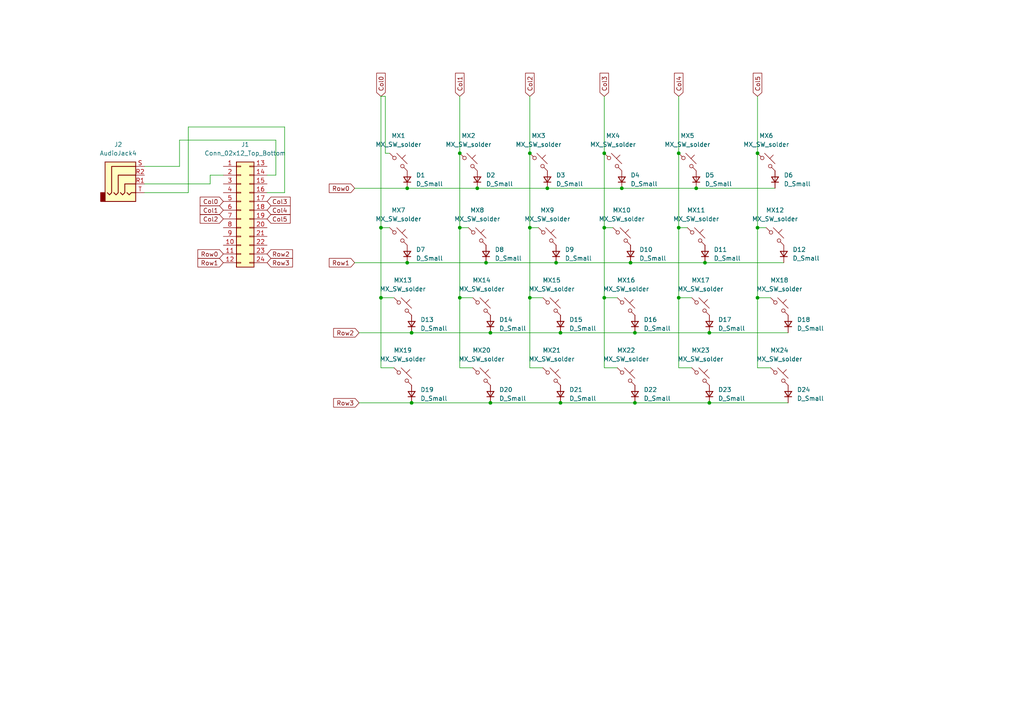
<source format=kicad_sch>
(kicad_sch (version 20231120) (generator "eeschema") (generator_version "8.0")
  (paper "A4")
  (junction (at 388.62 111.76))
  (junction (at 411.48 111.76))
  (junction (at 219.71 44.45))
  (junction (at 119.38 116.84))
  (junction (at 466.09 81.28))
  (junction (at 196.85 44.45))
  (junction (at 118.11 54.61))
  (junction (at 142.24 96.52))
  (junction (at 110.49 86.36))
  (junction (at 402.59 60.96))
  (junction (at 110.49 66.04))
  (junction (at 488.95 81.28))
  (junction (at 138.43 54.61))
  (junction (at 402.59 39.37))
  (junction (at 449.58 49.53))
  (junction (at 158.75 54.61))
  (junction (at 219.71 66.04))
  (junction (at 422.91 60.96))
  (junction (at 196.85 66.04))
  (junction (at 201.93 54.61))
  (junction (at 142.24 116.84))
  (junction (at 182.88 76.2))
  (junction (at 118.11 76.2))
  (junction (at 430.53 71.12))
  (junction (at 444.5 39.37))
  (junction (at 387.35 49.53))
  (junction (at 205.74 116.84))
  (junction (at 466.09 39.37))
  (junction (at 453.39 111.76))
  (junction (at 473.71 71.12))
  (junction (at 431.8 91.44))
  (junction (at 411.48 91.44))
  (junction (at 427.99 49.53))
  (junction (at 444.5 81.28))
  (junction (at 402.59 81.28))
  (junction (at 184.15 116.84))
  (junction (at 133.35 44.45))
  (junction (at 488.95 39.37))
  (junction (at 175.26 66.04))
  (junction (at 133.35 86.36))
  (junction (at 488.95 60.96))
  (junction (at 162.56 96.52))
  (junction (at 175.26 44.45))
  (junction (at 474.98 111.76))
  (junction (at 387.35 71.12))
  (junction (at 119.38 96.52))
  (junction (at 180.34 54.61))
  (junction (at 175.26 86.36))
  (junction (at 444.5 60.96))
  (junction (at 379.73 81.28))
  (junction (at 204.47 76.2))
  (junction (at 422.91 81.28))
  (junction (at 184.15 96.52))
  (junction (at 453.39 91.44))
  (junction (at 196.85 86.36))
  (junction (at 161.29 76.2))
  (junction (at 205.74 96.52))
  (junction (at 153.67 66.04))
  (junction (at 422.91 39.37))
  (junction (at 388.62 91.44))
  (junction (at 133.35 66.04))
  (junction (at 474.98 91.44))
  (junction (at 452.12 71.12))
  (junction (at 466.09 60.96))
  (junction (at 153.67 44.45))
  (junction (at 379.73 60.96))
  (junction (at 162.56 116.84))
  (junction (at 407.67 49.53))
  (junction (at 219.71 86.36))
  (junction (at 471.17 49.53))
  (junction (at 140.97 76.2))
  (junction (at 153.67 86.36))
  (junction (at 431.8 111.76))
  (junction (at 410.21 71.12))
  (wire (pts (xy 332.74 40.64) (xy 332.74 30.48)))
  (wire (pts (xy 41.91 53.34) (xy 60.96 53.34)))
  (wire (pts (xy 118.11 76.2) (xy 140.97 76.2)))
  (wire (pts (xy 466.09 101.6) (xy 469.9 101.6)))
  (wire (pts (xy 219.71 106.68) (xy 223.52 106.68)))
  (wire (pts (xy 488.95 60.96) (xy 488.95 81.28)))
  (wire (pts (xy 180.34 54.61) (xy 201.93 54.61)))
  (wire (pts (xy 41.91 55.88) (xy 54.61 55.88)))
  (wire (pts (xy 119.38 116.84) (xy 142.24 116.84)))
  (wire (pts (xy 466.09 81.28) (xy 466.09 101.6)))
  (wire (pts (xy 471.17 49.53) (xy 494.03 49.53)))
  (wire (pts (xy 402.59 39.37) (xy 402.59 60.96)))
  (wire (pts (xy 196.85 86.36) (xy 196.85 106.68)))
  (wire (pts (xy 318.77 48.26) (xy 328.93 48.26)))
  (wire (pts (xy 54.61 55.88) (xy 54.61 36.83)))
  (wire (pts (xy 444.5 81.28) (xy 444.5 101.6)))
  (wire (pts (xy 387.35 49.53) (xy 407.67 49.53)))
  (wire (pts (xy 102.87 76.2) (xy 118.11 76.2)))
  (wire (pts (xy 104.14 96.52) (xy 119.38 96.52)))
  (wire (pts (xy 379.73 30.48) (xy 381 30.48)))
  (wire (pts (xy 379.73 81.28) (xy 383.54 81.28)))
  (wire (pts (xy 205.74 96.52) (xy 228.6 96.52)))
  (wire (pts (xy 422.91 39.37) (xy 422.91 60.96)))
  (wire (pts (xy 444.5 60.96) (xy 444.5 81.28)))
  (wire (pts (xy 175.26 27.94) (xy 175.26 44.45)))
  (wire (pts (xy 110.49 66.04) (xy 113.03 66.04)))
  (wire (pts (xy 488.95 101.6) (xy 492.76 101.6)))
  (wire (pts (xy 422.91 60.96) (xy 425.45 60.96)))
  (wire (pts (xy 54.61 36.83) (xy 82.55 36.83)))
  (wire (pts (xy 488.95 30.48) (xy 488.95 39.37)))
  (wire (pts (xy 175.26 106.68) (xy 179.07 106.68)))
  (wire (pts (xy 102.87 54.61) (xy 118.11 54.61)))
  (wire (pts (xy 387.35 71.12) (xy 410.21 71.12)))
  (wire (pts (xy 140.97 76.2) (xy 161.29 76.2)))
  (wire (pts (xy 133.35 27.94) (xy 133.35 44.45)))
  (wire (pts (xy 196.85 86.36) (xy 200.66 86.36)))
  (wire (pts (xy 402.59 81.28) (xy 406.4 81.28)))
  (wire (pts (xy 133.35 86.36) (xy 137.16 86.36)))
  (wire (pts (xy 466.09 30.48) (xy 466.09 39.37)))
  (wire (pts (xy 332.74 43.18) (xy 332.74 45.72)))
  (wire (pts (xy 411.48 91.44) (xy 431.8 91.44)))
  (wire (pts (xy 474.98 111.76) (xy 497.84 111.76)))
  (wire (pts (xy 153.67 27.94) (xy 153.67 44.45)))
  (wire (pts (xy 153.67 106.68) (xy 153.67 86.36)))
  (wire (pts (xy 175.26 66.04) (xy 175.26 86.36)))
  (wire (pts (xy 111.76 27.94) (xy 110.49 27.94)))
  (wire (pts (xy 184.15 116.84) (xy 205.74 116.84)))
  (wire (pts (xy 328.93 48.26) (xy 328.93 25.4)))
  (wire (pts (xy 110.49 27.94) (xy 110.49 66.04)))
  (wire (pts (xy 402.59 60.96) (xy 405.13 60.96)))
  (wire (pts (xy 474.98 91.44) (xy 497.84 91.44)))
  (wire (pts (xy 388.62 111.76) (xy 411.48 111.76)))
  (wire (pts (xy 466.09 81.28) (xy 469.9 81.28)))
  (wire (pts (xy 377.19 111.76) (xy 388.62 111.76)))
  (wire (pts (xy 184.15 96.52) (xy 205.74 96.52)))
  (wire (pts (xy 381 30.48) (xy 381 39.37)))
  (wire (pts (xy 133.35 66.04) (xy 135.89 66.04)))
  (wire (pts (xy 82.55 36.83) (xy 82.55 55.88)))
  (wire (pts (xy 52.07 40.64) (xy 80.01 40.64)))
  (wire (pts (xy 452.12 71.12) (xy 473.71 71.12)))
  (wire (pts (xy 153.67 44.45) (xy 153.67 66.04)))
  (wire (pts (xy 161.29 76.2) (xy 182.88 76.2)))
  (wire (pts (xy 375.92 49.53) (xy 387.35 49.53)))
  (wire (pts (xy 328.93 25.4) (xy 361.95 25.4)))
  (wire (pts (xy 157.48 106.68) (xy 153.67 106.68)))
  (wire (pts (xy 175.26 66.04) (xy 177.8 66.04)))
  (wire (pts (xy 430.53 71.12) (xy 452.12 71.12)))
  (wire (pts (xy 111.76 27.94) (xy 111.76 44.45)))
  (wire (pts (xy 219.71 86.36) (xy 219.71 106.68)))
  (wire (pts (xy 110.49 86.36) (xy 110.49 66.04)))
  (wire (pts (xy 201.93 54.61) (xy 224.79 54.61)))
  (wire (pts (xy 219.71 66.04) (xy 219.71 86.36)))
  (wire (pts (xy 466.09 39.37) (xy 466.09 60.96)))
  (wire (pts (xy 466.09 60.96) (xy 468.63 60.96)))
  (wire (pts (xy 219.71 27.94) (xy 219.71 44.45)))
  (wire (pts (xy 158.75 54.61) (xy 180.34 54.61)))
  (wire (pts (xy 422.91 81.28) (xy 422.91 60.96)))
  (wire (pts (xy 358.14 48.26) (xy 361.95 48.26)))
  (wire (pts (xy 449.58 49.53) (xy 471.17 49.53)))
  (wire (pts (xy 175.26 86.36) (xy 175.26 106.68)))
  (wire (pts (xy 332.74 45.72) (xy 318.77 45.72)))
  (wire (pts (xy 219.71 66.04) (xy 222.25 66.04)))
  (wire (pts (xy 427.99 49.53) (xy 449.58 49.53)))
  (wire (pts (xy 133.35 106.68) (xy 133.35 86.36)))
  (wire (pts (xy 196.85 44.45) (xy 196.85 66.04)))
  (wire (pts (xy 379.73 30.48) (xy 379.73 60.96)))
  (wire (pts (xy 332.74 30.48) (xy 364.49 30.48)))
  (wire (pts (xy 411.48 111.76) (xy 431.8 111.76)))
  (wire (pts (xy 473.71 71.12) (xy 496.57 71.12)))
  (wire (pts (xy 453.39 111.76) (xy 474.98 111.76)))
  (wire (pts (xy 388.62 91.44) (xy 411.48 91.44)))
  (wire (pts (xy 406.4 101.6) (xy 402.59 101.6)))
  (wire (pts (xy 422.91 101.6) (xy 422.91 81.28)))
  (wire (pts (xy 379.73 60.96) (xy 382.27 60.96)))
  (wire (pts (xy 119.38 96.52) (xy 142.24 96.52)))
  (wire (pts (xy 111.76 44.45) (xy 113.03 44.45)))
  (wire (pts (xy 41.91 48.26) (xy 52.07 48.26)))
  (wire (pts (xy 153.67 86.36) (xy 157.48 86.36)))
  (wire (pts (xy 410.21 71.12) (xy 430.53 71.12)))
  (wire (pts (xy 142.24 96.52) (xy 162.56 96.52)))
  (wire (pts (xy 153.67 86.36) (xy 153.67 66.04)))
  (wire (pts (xy 110.49 106.68) (xy 110.49 86.36)))
  (wire (pts (xy 153.67 66.04) (xy 156.21 66.04)))
  (wire (pts (xy 60.96 50.8) (xy 64.77 50.8)))
  (wire (pts (xy 196.85 106.68) (xy 200.66 106.68)))
  (wire (pts (xy 318.77 40.64) (xy 332.74 40.64)))
  (wire (pts (xy 444.5 30.48) (xy 444.5 39.37)))
  (wire (pts (xy 488.95 81.28) (xy 492.76 81.28)))
  (wire (pts (xy 133.35 44.45) (xy 133.35 66.04)))
  (wire (pts (xy 488.95 81.28) (xy 488.95 101.6)))
  (wire (pts (xy 431.8 111.76) (xy 453.39 111.76)))
  (wire (pts (xy 466.09 60.96) (xy 466.09 81.28)))
  (wire (pts (xy 182.88 76.2) (xy 204.47 76.2)))
  (wire (pts (xy 407.67 49.53) (xy 427.99 49.53)))
  (wire (pts (xy 219.71 86.36) (xy 223.52 86.36)))
  (wire (pts (xy 345.44 43.18) (xy 332.74 43.18)))
  (wire (pts (xy 60.96 53.34) (xy 60.96 50.8)))
  (wire (pts (xy 196.85 66.04) (xy 199.39 66.04)))
  (wire (pts (xy 422.91 30.48) (xy 422.91 39.37)))
  (wire (pts (xy 402.59 81.28) (xy 402.59 60.96)))
  (wire (pts (xy 426.72 101.6) (xy 422.91 101.6)))
  (wire (pts (xy 444.5 60.96) (xy 447.04 60.96)))
  (wire (pts (xy 361.95 25.4) (xy 361.95 48.26)))
  (wire (pts (xy 444.5 81.28) (xy 448.31 81.28)))
  (wire (pts (xy 364.49 43.18) (xy 358.14 43.18)))
  (wire (pts (xy 175.26 44.45) (xy 175.26 66.04)))
  (wire (pts (xy 82.55 55.88) (xy 77.47 55.88)))
  (wire (pts (xy 488.95 39.37) (xy 488.95 60.96)))
  (wire (pts (xy 52.07 48.26) (xy 52.07 40.64)))
  (wire (pts (xy 138.43 54.61) (xy 158.75 54.61)))
  (wire (pts (xy 133.35 86.36) (xy 133.35 66.04)))
  (wire (pts (xy 453.39 91.44) (xy 474.98 91.44)))
  (wire (pts (xy 80.01 40.64) (xy 80.01 50.8)))
  (wire (pts (xy 175.26 86.36) (xy 179.07 86.36)))
  (wire (pts (xy 431.8 91.44) (xy 453.39 91.44)))
  (wire (pts (xy 364.49 30.48) (xy 364.49 43.18)))
  (wire (pts (xy 422.91 81.28) (xy 426.72 81.28)))
  (wire (pts (xy 379.73 81.28) (xy 379.73 60.96)))
  (wire (pts (xy 114.3 106.68) (xy 110.49 106.68)))
  (wire (pts (xy 104.14 116.84) (xy 119.38 116.84)))
  (wire (pts (xy 162.56 96.52) (xy 184.15 96.52)))
  (wire (pts (xy 196.85 66.04) (xy 196.85 86.36)))
  (wire (pts (xy 118.11 54.61) (xy 138.43 54.61)))
  (wire (pts (xy 381 39.37) (xy 382.27 39.37)))
  (wire (pts (xy 402.59 101.6) (xy 402.59 81.28)))
  (wire (pts (xy 196.85 27.94) (xy 196.85 44.45)))
  (wire (pts (xy 219.71 44.45) (xy 219.71 66.04)))
  (wire (pts (xy 444.5 101.6) (xy 448.31 101.6)))
  (wire (pts (xy 383.54 101.6) (xy 379.73 101.6)))
  (wire (pts (xy 375.92 71.12) (xy 387.35 71.12)))
  (wire (pts (xy 379.73 101.6) (xy 379.73 81.28)))
  (wire (pts (xy 80.01 50.8) (xy 77.47 50.8)))
  (wire (pts (xy 137.16 106.68) (xy 133.35 106.68)))
  (wire (pts (xy 162.56 116.84) (xy 184.15 116.84)))
  (wire (pts (xy 402.59 30.48) (xy 402.59 39.37)))
  (wire (pts (xy 204.47 76.2) (xy 227.33 76.2)))
  (wire (pts (xy 110.49 86.36) (xy 114.3 86.36)))
  (wire (pts (xy 205.74 116.84) (xy 228.6 116.84)))
  (wire (pts (xy 488.95 60.96) (xy 491.49 60.96)))
  (wire (pts (xy 377.19 91.44) (xy 388.62 91.44)))
  (wire (pts (xy 444.5 39.37) (xy 444.5 60.96)))
  (wire (pts (xy 142.24 116.84) (xy 162.56 116.84)))
  (global_label "Row2" (shape input) (at 104.14 96.52 180) (property "Intersheetrefs" "${INTERSHEET_REFS}" (effects (hide yes))))
  (global_label "Col1" (shape input) (at 133.35 27.94 90) (property "Intersheetrefs" "${INTERSHEET_REFS}" (effects (hide yes))))
  (global_label "Row1" (shape input) (at 64.77 76.2 180) (property "Intersheetrefs" "${INTERSHEET_REFS}" (effects (hide yes))))
  (global_label "Col4R" (shape input) (at 358.14 53.34 0) (property "Intersheetrefs" "${INTERSHEET_REFS}" (effects (hide yes))))
  (global_label "Col5R" (shape input) (at 358.14 55.88 0) (property "Intersheetrefs" "${INTERSHEET_REFS}" (effects (hide yes))))
  (global_label "Col1" (shape input) (at 64.77 60.96 180) (property "Intersheetrefs" "${INTERSHEET_REFS}" (effects (hide yes))))
  (global_label "Row3R" (shape input) (at 377.19 111.76 180) (property "Intersheetrefs" "${INTERSHEET_REFS}" (effects (hide yes))))
  (global_label "Row1R" (shape input) (at 375.92 71.12 180) (property "Intersheetrefs" "${INTERSHEET_REFS}" (effects (hide yes))))
  (global_label "Row0" (shape input) (at 102.87 54.61 180) (property "Intersheetrefs" "${INTERSHEET_REFS}" (effects (hide yes))))
  (global_label "Row1R" (shape input) (at 345.44 68.58 180) (property "Intersheetrefs" "${INTERSHEET_REFS}" (effects (hide yes))))
  (global_label "Row2R" (shape input) (at 358.14 66.04 0) (property "Intersheetrefs" "${INTERSHEET_REFS}" (effects (hide yes))))
  (global_label "Col1R" (shape input) (at 402.59 30.48 90) (property "Intersheetrefs" "${INTERSHEET_REFS}" (effects (hide yes))))
  (global_label "Col0" (shape input) (at 64.77 58.42 180) (property "Intersheetrefs" "${INTERSHEET_REFS}" (effects (hide yes))))
  (global_label "Col2R" (shape input) (at 422.91 30.48 90) (property "Intersheetrefs" "${INTERSHEET_REFS}" (effects (hide yes))))
  (global_label "Col4" (shape input) (at 77.47 60.96 0) (property "Intersheetrefs" "${INTERSHEET_REFS}" (effects (hide yes))))
  (global_label "Col3R" (shape input) (at 358.14 50.8 0) (property "Intersheetrefs" "${INTERSHEET_REFS}" (effects (hide yes))))
  (global_label "Col0R" (shape input) (at 345.44 50.8 180) (property "Intersheetrefs" "${INTERSHEET_REFS}" (effects (hide yes))))
  (global_label "Col3R" (shape input) (at 444.5 30.48 90) (property "Intersheetrefs" "${INTERSHEET_REFS}" (effects (hide yes))))
  (global_label "Row0" (shape input) (at 64.77 73.66 180) (property "Intersheetrefs" "${INTERSHEET_REFS}" (effects (hide yes))))
  (global_label "Row2R" (shape input) (at 377.19 91.44 180) (property "Intersheetrefs" "${INTERSHEET_REFS}" (effects (hide yes))))
  (global_label "Col3" (shape input) (at 77.47 58.42 0) (property "Intersheetrefs" "${INTERSHEET_REFS}" (effects (hide yes))))
  (global_label "Col4" (shape input) (at 196.85 27.94 90) (property "Intersheetrefs" "${INTERSHEET_REFS}" (effects (hide yes))))
  (global_label "Col2" (shape input) (at 153.67 27.94 90) (property "Intersheetrefs" "${INTERSHEET_REFS}" (effects (hide yes))))
  (global_label "Col5" (shape input) (at 77.47 63.5 0) (property "Intersheetrefs" "${INTERSHEET_REFS}" (effects (hide yes))))
  (global_label "Col0R" (shape input) (at 379.73 30.48 90) (property "Intersheetrefs" "${INTERSHEET_REFS}" (effects (hide yes))))
  (global_label "Row1" (shape input) (at 102.87 76.2 180) (property "Intersheetrefs" "${INTERSHEET_REFS}" (effects (hide yes))))
  (global_label "Col5" (shape input) (at 219.71 27.94 90) (property "Intersheetrefs" "${INTERSHEET_REFS}" (effects (hide yes))))
  (global_label "Col5R" (shape input) (at 488.95 30.48 90) (property "Intersheetrefs" "${INTERSHEET_REFS}" (effects (hide yes))))
  (global_label "Row0R" (shape input) (at 375.92 49.53 180) (property "Intersheetrefs" "${INTERSHEET_REFS}" (effects (hide yes))))
  (global_label "Col0" (shape input) (at 110.49 27.94 90) (property "Intersheetrefs" "${INTERSHEET_REFS}" (effects (hide yes))))
  (global_label "Col2R" (shape input) (at 345.44 55.88 180) (property "Intersheetrefs" "${INTERSHEET_REFS}" (effects (hide yes))))
  (global_label "Row0R" (shape input) (at 345.44 66.04 180) (property "Intersheetrefs" "${INTERSHEET_REFS}" (effects (hide yes))))
  (global_label "Row3" (shape input) (at 77.47 76.2 0) (property "Intersheetrefs" "${INTERSHEET_REFS}" (effects (hide yes))))
  (global_label "Col2" (shape input) (at 64.77 63.5 180) (property "Intersheetrefs" "${INTERSHEET_REFS}" (effects (hide yes))))
  (global_label "Row3R" (shape input) (at 358.14 68.58 0) (property "Intersheetrefs" "${INTERSHEET_REFS}" (effects (hide yes))))
  (global_label "Col3" (shape input) (at 175.26 27.94 90) (property "Intersheetrefs" "${INTERSHEET_REFS}" (effects (hide yes))))
  (global_label "Row3" (shape input) (at 104.14 116.84 180) (property "Intersheetrefs" "${INTERSHEET_REFS}" (effects (hide yes))))
  (global_label "Col1R" (shape input) (at 345.44 53.34 180) (property "Intersheetrefs" "${INTERSHEET_REFS}" (effects (hide yes))))
  (global_label "Row2" (shape input) (at 77.47 73.66 0) (property "Intersheetrefs" "${INTERSHEET_REFS}" (effects (hide yes))))
  (global_label "Col4R" (shape input) (at 466.09 30.48 90) (property "Intersheetrefs" "${INTERSHEET_REFS}" (effects (hide yes))))
  (symbol (lib_id "Device:D_Small") (at 430.53 68.58 90) (unit 1)
    (property "Reference" "D33" (at 433.07 67.3099 90) (effects (justify right)))
    (property "Value" "D_Small" (at 433.07 69.8499 90) (effects (justify right)))
    (property "Footprint" "Diode_SMD:D_SOD-123" (effects (hide yes)))
    (property "Description" "Diode, small symbol" (effects (hide yes)))
    (property "Sim.Device" "D" (effects (hide yes)))
    (property "Sim.Pins" "1=K 2=A" (effects (hide yes)))
    (property "LCSC Part #" "C81598" (effects (hide yes)))
  )
  (symbol (lib_id "PCM_marbastlib-mx:MX_SW_solder") (at 181.61 109.22 0) (unit 1)
    (property "Reference" "MX22" (at 181.61 101.6 0))
    (property "Value" "MX_SW_solder" (at 181.61 104.14 0))
    (property "Footprint" "PCM_marbastlib-mx:SW_MX_1u" (effects (hide yes)))
    (property "Description" "Push button switch, normally open, two pins, 45° tilted" (effects (hide yes)))
  )
  (symbol (lib_id "PCM_marbastlib-mx:MX_SW_solder") (at 494.03 63.5 0) (unit 1)
    (property "Reference" "MX36" (at 494.03 55.88 0))
    (property "Value" "MX_SW_solder" (at 494.03 58.42 0))
    (property "Footprint" "PCM_marbastlib-mx:SW_MX_1u" (effects (hide yes)))
    (property "Description" "Push button switch, normally open, two pins, 45° tilted" (effects (hide yes)))
  )
  (symbol (lib_id "Device:D_Small") (at 431.8 109.22 90) (unit 1)
    (property "Reference" "D45" (at 434.34 107.9499 90) (effects (justify right)))
    (property "Value" "D_Small" (at 434.34 110.4899 90) (effects (justify right)))
    (property "Footprint" "Diode_SMD:D_SOD-123" (effects (hide yes)))
    (property "Description" "Diode, small symbol" (effects (hide yes)))
    (property "Sim.Device" "D" (effects (hide yes)))
    (property "Sim.Pins" "1=K 2=A" (effects (hide yes)))
    (property "LCSC Part #" "C81598" (effects (hide yes)))
  )
  (symbol (lib_id "Device:D_Small") (at 162.56 93.98 90) (unit 1)
    (property "Reference" "D15" (at 165.1 92.7099 90) (effects (justify right)))
    (property "Value" "D_Small" (at 165.1 95.2499 90) (effects (justify right)))
    (property "Footprint" "Diode_SMD:D_SOD-123" (effects (hide yes)))
    (property "Description" "Diode, small symbol" (effects (hide yes)))
    (property "Sim.Device" "D" (effects (hide yes)))
    (property "Sim.Pins" "1=K 2=A" (effects (hide yes)))
    (property "LCSC Part #" "C81598" (effects (hide yes)))
  )
  (symbol (lib_id "PCM_marbastlib-mx:MX_SW_solder") (at 199.39 46.99 0) (unit 1)
    (property "Reference" "MX5" (at 199.39 39.37 0))
    (property "Value" "MX_SW_solder" (at 199.39 41.91 0))
    (property "Footprint" "PCM_marbastlib-mx:SW_MX_1u" (effects (hide yes)))
    (property "Description" "Push button switch, normally open, two pins, 45° tilted" (effects (hide yes)))
  )
  (symbol (lib_id "PCM_marbastlib-mx:MX_SW_solder") (at 384.81 41.91 0) (unit 1)
    (property "Reference" "MX25" (at 384.81 34.29 0))
    (property "Value" "MX_SW_solder" (at 384.81 36.83 0))
    (property "Footprint" "PCM_marbastlib-mx:SW_MX_1u" (effects (hide yes)))
    (property "Description" "Push button switch, normally open, two pins, 45° tilted" (effects (hide yes)))
  )
  (symbol (lib_id "PCM_marbastlib-mx:MX_SW_solder") (at 116.84 109.22 0) (unit 1)
    (property "Reference" "MX19" (at 116.84 101.6 0))
    (property "Value" "MX_SW_solder" (at 116.84 104.14 0))
    (property "Footprint" "PCM_marbastlib-mx:SW_MX_1u" (effects (hide yes)))
    (property "Description" "Push button switch, normally open, two pins, 45° tilted" (effects (hide yes)))
  )
  (symbol (lib_id "PCM_marbastlib-mx:MX_SW_solder") (at 449.58 63.5 0) (unit 1)
    (property "Reference" "MX34" (at 449.58 55.88 0))
    (property "Value" "MX_SW_solder" (at 449.58 58.42 0))
    (property "Footprint" "PCM_marbastlib-mx:SW_MX_1u" (effects (hide yes)))
    (property "Description" "Push button switch, normally open, two pins, 45° tilted" (effects (hide yes)))
  )
  (symbol (lib_id "PCM_marbastlib-mx:MX_SW_solder") (at 386.08 104.14 0) (unit 1)
    (property "Reference" "MX43" (at 386.08 96.52 0))
    (property "Value" "MX_SW_solder" (at 386.08 99.06 0))
    (property "Footprint" "PCM_marbastlib-mx:SW_MX_1u" (effects (hide yes)))
    (property "Description" "Push button switch, normally open, two pins, 45° tilted" (effects (hide yes)))
  )
  (symbol (lib_id "Device:D_Small") (at 184.15 93.98 90) (unit 1)
    (property "Reference" "D16" (at 186.69 92.7099 90) (effects (justify right)))
    (property "Value" "D_Small" (at 186.69 95.2499 90) (effects (justify right)))
    (property "Footprint" "Diode_SMD:D_SOD-123" (effects (hide yes)))
    (property "Description" "Diode, small symbol" (effects (hide yes)))
    (property "Sim.Device" "D" (effects (hide yes)))
    (property "Sim.Pins" "1=K 2=A" (effects (hide yes)))
    (property "LCSC Part #" "C81598" (effects (hide yes)))
  )
  (symbol (lib_id "PCM_marbastlib-mx:MX_SW_solder") (at 468.63 41.91 0) (unit 1)
    (property "Reference" "MX29" (at 468.63 34.29 0))
    (property "Value" "MX_SW_solder" (at 468.63 36.83 0))
    (property "Footprint" "PCM_marbastlib-mx:SW_MX_1u" (effects (hide yes)))
    (property "Description" "Push button switch, normally open, two pins, 45° tilted" (effects (hide yes)))
  )
  (symbol (lib_id "Device:D_Small") (at 227.33 73.66 90) (unit 1)
    (property "Reference" "D12" (at 229.87 72.3899 90) (effects (justify right)))
    (property "Value" "D_Small" (at 229.87 74.9299 90) (effects (justify right)))
    (property "Footprint" "Diode_SMD:D_SOD-123" (effects (hide yes)))
    (property "Description" "Diode, small symbol" (effects (hide yes)))
    (property "Sim.Device" "D" (effects (hide yes)))
    (property "Sim.Pins" "1=K 2=A" (effects (hide yes)))
    (property "LCSC Part #" "C81598" (effects (hide yes)))
  )
  (symbol (lib_id "Device:D_Small") (at 228.6 114.3 90) (unit 1)
    (property "Reference" "D24" (at 231.14 113.0299 90) (effects (justify right)))
    (property "Value" "D_Small" (at 231.14 115.5699 90) (effects (justify right)))
    (property "Footprint" "Diode_SMD:D_SOD-123" (effects (hide yes)))
    (property "Description" "Diode, small symbol" (effects (hide yes)))
    (property "Sim.Device" "D" (effects (hide yes)))
    (property "Sim.Pins" "1=K 2=A" (effects (hide yes)))
    (property "LCSC Part #" "C81598" (effects (hide yes)))
  )
  (symbol (lib_id "Device:D_Small") (at 497.84 88.9 90) (unit 1)
    (property "Reference" "D42" (at 500.38 87.6299 90) (effects (justify right)))
    (property "Value" "D_Small" (at 500.38 90.1699 90) (effects (justify right)))
    (property "Footprint" "Diode_SMD:D_SOD-123" (effects (hide yes)))
    (property "Description" "Diode, small symbol" (effects (hide yes)))
    (property "Sim.Device" "D" (effects (hide yes)))
    (property "Sim.Pins" "1=K 2=A" (effects (hide yes)))
    (property "LCSC Part #" "C81598" (effects (hide yes)))
  )
  (symbol (lib_id "PCM_marbastlib-mx:MX_SW_solder") (at 138.43 68.58 0) (unit 1)
    (property "Reference" "MX8" (at 138.43 60.96 0))
    (property "Value" "MX_SW_solder" (at 138.43 63.5 0))
    (property "Footprint" "PCM_marbastlib-mx:SW_MX_1u" (effects (hide yes)))
    (property "Description" "Push button switch, normally open, two pins, 45° tilted" (effects (hide yes)))
  )
  (symbol (lib_id "Device:D_Small") (at 452.12 68.58 90) (unit 1)
    (property "Reference" "D34" (at 454.66 67.3099 90) (effects (justify right)))
    (property "Value" "D_Small" (at 454.66 69.8499 90) (effects (justify right)))
    (property "Footprint" "Diode_SMD:D_SOD-123" (effects (hide yes)))
    (property "Description" "Diode, small symbol" (effects (hide yes)))
    (property "Sim.Device" "D" (effects (hide yes)))
    (property "Sim.Pins" "1=K 2=A" (effects (hide yes)))
    (property "LCSC Part #" "C81598" (effects (hide yes)))
  )
  (symbol (lib_id "Device:D_Small") (at 201.93 52.07 90) (unit 1)
    (property "Reference" "D5" (at 204.47 50.7999 90) (effects (justify right)))
    (property "Value" "D_Small" (at 204.47 53.3399 90) (effects (justify right)))
    (property "Footprint" "Diode_SMD:D_SOD-123" (effects (hide yes)))
    (property "Description" "Diode, small symbol" (effects (hide yes)))
    (property "Sim.Device" "D" (effects (hide yes)))
    (property "Sim.Pins" "1=K 2=A" (effects (hide yes)))
    (property "LCSC Part #" "C81598" (effects (hide yes)))
  )
  (symbol (lib_id "PCM_marbastlib-mx:MX_SW_solder") (at 408.94 104.14 0) (unit 1)
    (property "Reference" "MX44" (at 408.94 96.52 0))
    (property "Value" "MX_SW_solder" (at 408.94 99.06 0))
    (property "Footprint" "PCM_marbastlib-mx:SW_MX_1u" (effects (hide yes)))
    (property "Description" "Push button switch, normally open, two pins, 45° tilted" (effects (hide yes)))
  )
  (symbol (lib_id "Device:D_Small") (at 182.88 73.66 90) (unit 1)
    (property "Reference" "D10" (at 185.42 72.3899 90) (effects (justify right)))
    (property "Value" "D_Small" (at 185.42 74.9299 90) (effects (justify right)))
    (property "Footprint" "Diode_SMD:D_SOD-123" (effects (hide yes)))
    (property "Description" "Diode, small symbol" (effects (hide yes)))
    (property "Sim.Device" "D" (effects (hide yes)))
    (property "Sim.Pins" "1=K 2=A" (effects (hide yes)))
    (property "LCSC Part #" "C81598" (effects (hide yes)))
  )
  (symbol (lib_id "Device:D_Small") (at 407.67 46.99 90) (unit 1)
    (property "Reference" "D26" (at 410.21 45.7199 90) (effects (justify right)))
    (property "Value" "D_Small" (at 410.21 48.2599 90) (effects (justify right)))
    (property "Footprint" "Diode_SMD:D_SOD-123" (effects (hide yes)))
    (property "Description" "Diode, small symbol" (effects (hide yes)))
    (property "Sim.Device" "D" (effects (hide yes)))
    (property "Sim.Pins" "1=K 2=A" (effects (hide yes)))
    (property "LCSC Part #" "C81598" (effects (hide yes)))
  )
  (symbol (lib_id "PCM_marbastlib-mx:MX_SW_solder") (at 429.26 83.82 0) (unit 1)
    (property "Reference" "MX39" (at 429.26 76.2 0))
    (property "Value" "MX_SW_solder" (at 429.26 78.74 0))
    (property "Footprint" "PCM_marbastlib-mx:SW_MX_1u" (effects (hide yes)))
    (property "Description" "Push button switch, normally open, two pins, 45° tilted" (effects (hide yes)))
  )
  (symbol (lib_id "Device:D_Small") (at 205.74 93.98 90) (unit 1)
    (property "Reference" "D17" (at 208.28 92.7099 90) (effects (justify right)))
    (property "Value" "D_Small" (at 208.28 95.2499 90) (effects (justify right)))
    (property "Footprint" "Diode_SMD:D_SOD-123" (effects (hide yes)))
    (property "Description" "Diode, small symbol" (effects (hide yes)))
    (property "Sim.Device" "D" (effects (hide yes)))
    (property "Sim.Pins" "1=K 2=A" (effects (hide yes)))
    (property "LCSC Part #" "C81598" (effects (hide yes)))
  )
  (symbol (lib_id "Device:D_Small") (at 387.35 68.58 90) (unit 1)
    (property "Reference" "D31" (at 389.89 67.3099 90) (effects (justify right)))
    (property "Value" "D_Small" (at 389.89 69.8499 90) (effects (justify right)))
    (property "Footprint" "Diode_SMD:D_SOD-123" (effects (hide yes)))
    (property "Description" "Diode, small symbol" (effects (hide yes)))
    (property "Sim.Device" "D" (effects (hide yes)))
    (property "Sim.Pins" "1=K 2=A" (effects (hide yes)))
    (property "LCSC Part #" "C81598" (effects (hide yes)))
  )
  (symbol (lib_id "PCM_marbastlib-mx:MX_SW_solder") (at 135.89 46.99 0) (unit 1)
    (property "Reference" "MX2" (at 135.89 39.37 0))
    (property "Value" "MX_SW_solder" (at 135.89 41.91 0))
    (property "Footprint" "PCM_marbastlib-mx:SW_MX_1u" (effects (hide yes)))
    (property "Description" "Push button switch, normally open, two pins, 45° tilted" (effects (hide yes)))
  )
  (symbol (lib_id "PCM_marbastlib-mx:MX_SW_solder") (at 116.84 88.9 0) (unit 1)
    (property "Reference" "MX13" (at 116.84 81.28 0))
    (property "Value" "MX_SW_solder" (at 116.84 83.82 0))
    (property "Footprint" "PCM_marbastlib-mx:SW_MX_1u" (effects (hide yes)))
    (property "Description" "Push button switch, normally open, two pins, 45° tilted" (effects (hide yes)))
  )
  (symbol (lib_id "PCM_marbastlib-mx:MX_SW_solder") (at 427.99 63.5 0) (unit 1)
    (property "Reference" "MX33" (at 427.99 55.88 0))
    (property "Value" "MX_SW_solder" (at 427.99 58.42 0))
    (property "Footprint" "PCM_marbastlib-mx:SW_MX_1u" (effects (hide yes)))
    (property "Description" "Push button switch, normally open, two pins, 45° tilted" (effects (hide yes)))
  )
  (symbol (lib_id "PCM_marbastlib-mx:MX_SW_solder") (at 450.85 83.82 0) (unit 1)
    (property "Reference" "MX40" (at 450.85 76.2 0))
    (property "Value" "MX_SW_solder" (at 450.85 78.74 0))
    (property "Footprint" "PCM_marbastlib-mx:SW_MX_1u" (effects (hide yes)))
    (property "Description" "Push button switch, normally open, two pins, 45° tilted" (effects (hide yes)))
  )
  (symbol (lib_id "PCM_marbastlib-mx:MX_SW_solder") (at 471.17 63.5 0) (unit 1)
    (property "Reference" "MX35" (at 471.17 55.88 0))
    (property "Value" "MX_SW_solder" (at 471.17 58.42 0))
    (property "Footprint" "PCM_marbastlib-mx:SW_MX_1u" (effects (hide yes)))
    (property "Description" "Push button switch, normally open, two pins, 45° tilted" (effects (hide yes)))
  )
  (symbol (lib_id "Device:D_Small") (at 427.99 46.99 90) (unit 1)
    (property "Reference" "D27" (at 430.53 45.7199 90) (effects (justify right)))
    (property "Value" "D_Small" (at 430.53 48.2599 90) (effects (justify right)))
    (property "Footprint" "Diode_SMD:D_SOD-123" (effects (hide yes)))
    (property "Description" "Diode, small symbol" (effects (hide yes)))
    (property "Sim.Device" "D" (effects (hide yes)))
    (property "Sim.Pins" "1=K 2=A" (effects (hide yes)))
    (property "LCSC Part #" "C81598" (effects (hide yes)))
  )
  (symbol (lib_id "PCM_marbastlib-mx:MX_SW_solder") (at 425.45 41.91 0) (unit 1)
    (property "Reference" "MX27" (at 425.45 34.29 0))
    (property "Value" "MX_SW_solder" (at 425.45 36.83 0))
    (property "Footprint" "PCM_marbastlib-mx:SW_MX_1u" (effects (hide yes)))
    (property "Description" "Push button switch, normally open, two pins, 45° tilted" (effects (hide yes)))
  )
  (symbol (lib_id "PCM_marbastlib-mx:MX_SW_solder") (at 201.93 68.58 0) (unit 1)
    (property "Reference" "MX11" (at 201.93 60.96 0))
    (property "Value" "MX_SW_solder" (at 201.93 63.5 0))
    (property "Footprint" "PCM_marbastlib-mx:SW_MX_1u" (effects (hide yes)))
    (property "Description" "Push button switch, normally open, two pins, 45° tilted" (effects (hide yes)))
  )
  (symbol (lib_id "Device:D_Small") (at 388.62 109.22 90) (unit 1)
    (property "Reference" "D43" (at 391.16 107.9499 90) (effects (justify right)))
    (property "Value" "D_Small" (at 391.16 110.4899 90) (effects (justify right)))
    (property "Footprint" "Diode_SMD:D_SOD-123" (effects (hide yes)))
    (property "Description" "Diode, small symbol" (effects (hide yes)))
    (property "Sim.Device" "D" (effects (hide yes)))
    (property "Sim.Pins" "1=K 2=A" (effects (hide yes)))
    (property "LCSC Part #" "C81598" (effects (hide yes)))
  )
  (symbol (lib_id "PCM_marbastlib-mx:MX_SW_solder") (at 408.94 83.82 0) (unit 1)
    (property "Reference" "MX38" (at 408.94 76.2 0))
    (property "Value" "MX_SW_solder" (at 408.94 78.74 0))
    (property "Footprint" "PCM_marbastlib-mx:SW_MX_1u" (effects (hide yes)))
    (property "Description" "Push button switch, normally open, two pins, 45° tilted" (effects (hide yes)))
  )
  (symbol (lib_id "Device:D_Small") (at 496.57 68.58 90) (unit 1)
    (property "Reference" "D36" (at 499.11 67.3099 90) (effects (justify right)))
    (property "Value" "D_Small" (at 499.11 69.8499 90) (effects (justify right)))
    (property "Footprint" "Diode_SMD:D_SOD-123" (effects (hide yes)))
    (property "Description" "Diode, small symbol" (effects (hide yes)))
    (property "Sim.Device" "D" (effects (hide yes)))
    (property "Sim.Pins" "1=K 2=A" (effects (hide yes)))
    (property "LCSC Part #" "C81598" (effects (hide yes)))
  )
  (symbol (lib_id "Device:D_Small") (at 431.8 88.9 90) (unit 1)
    (property "Reference" "D39" (at 434.34 87.6299 90) (effects (justify right)))
    (property "Value" "D_Small" (at 434.34 90.1699 90) (effects (justify right)))
    (property "Footprint" "Diode_SMD:D_SOD-123" (effects (hide yes)))
    (property "Description" "Diode, small symbol" (effects (hide yes)))
    (property "Sim.Device" "D" (effects (hide yes)))
    (property "Sim.Pins" "1=K 2=A" (effects (hide yes)))
    (property "LCSC Part #" "C81598" (effects (hide yes)))
  )
  (symbol (lib_id "PCM_marbastlib-mx:MX_SW_solder") (at 495.3 83.82 0) (unit 1)
    (property "Reference" "MX42" (at 495.3 76.2 0))
    (property "Value" "MX_SW_solder" (at 495.3 78.74 0))
    (property "Footprint" "PCM_marbastlib-mx:SW_MX_1u" (effects (hide yes)))
    (property "Description" "Push button switch, normally open, two pins, 45° tilted" (effects (hide yes)))
  )
  (symbol (lib_id "Device:D_Small") (at 119.38 114.3 90) (unit 1)
    (property "Reference" "D19" (at 121.92 113.0299 90) (effects (justify right)))
    (property "Value" "D_Small" (at 121.92 115.5699 90) (effects (justify right)))
    (property "Footprint" "Diode_SMD:D_SOD-123" (effects (hide yes)))
    (property "Description" "Diode, small symbol" (effects (hide yes)))
    (property "Sim.Device" "D" (effects (hide yes)))
    (property "Sim.Pins" "1=K 2=A" (effects (hide yes)))
    (property "LCSC Part #" "C81598" (effects (hide yes)))
  )
  (symbol (lib_id "Connector_Generic:Conn_02x12_Top_Bottom") (at 350.52 53.34 0) (unit 1)
    (property "Reference" "J4" (at 351.79 34.29 0))
    (property "Value" "Conn_02x12_Top_Bottom" (at 351.79 36.83 0))
    (property "Footprint" "PCM_marbastlib-xp-promicroish:ProMicro_USBup" (effects (hide yes)))
    (property "Description" "Generic connector, double row, 02x12, top/bottom pin numbering scheme (row 1: 1...pins_per_row, row2: pins_per_row+1 ... num_pins), script generated (kicad-library-utils/schlib/autogen/connector/)" (effects (hide yes)))
  )
  (symbol (lib_id "PCM_marbastlib-mx:MX_SW_solder") (at 115.57 68.58 0) (unit 1)
    (property "Reference" "MX7" (at 115.57 60.96 0))
    (property "Value" "MX_SW_solder" (at 115.57 63.5 0))
    (property "Footprint" "PCM_marbastlib-mx:SW_MX_1u" (effects (hide yes)))
    (property "Description" "Push button switch, normally open, two pins, 45° tilted" (effects (hide yes)))
  )
  (symbol (lib_id "PCM_marbastlib-mx:MX_SW_solder") (at 447.04 41.91 0) (unit 1)
    (property "Reference" "MX28" (at 447.04 34.29 0))
    (property "Value" "MX_SW_solder" (at 447.04 36.83 0))
    (property "Footprint" "PCM_marbastlib-mx:SW_MX_1u" (effects (hide yes)))
    (property "Description" "Push button switch, normally open, two pins, 45° tilted" (effects (hide yes)))
  )
  (symbol (lib_id "Device:D_Small") (at 118.11 52.07 90) (unit 1)
    (property "Reference" "D1" (at 120.65 50.7999 90) (effects (justify right)))
    (property "Value" "D_Small" (at 120.65 53.3399 90) (effects (justify right)))
    (property "Footprint" "Diode_SMD:D_SOD-123" (effects (hide yes)))
    (property "Description" "Diode, small symbol" (effects (hide yes)))
    (property "Sim.Device" "D" (effects (hide yes)))
    (property "Sim.Pins" "1=K 2=A" (effects (hide yes)))
    (property "LCSC Part #" "C81598" (effects (hide yes)))
  )
  (symbol (lib_id "PCM_marbastlib-mx:MX_SW_solder") (at 495.3 104.14 0) (unit 1)
    (property "Reference" "MX48" (at 495.3 96.52 0))
    (property "Value" "MX_SW_solder" (at 495.3 99.06 0))
    (property "Footprint" "PCM_marbastlib-mx:SW_MX_1u" (effects (hide yes)))
    (property "Description" "Push button switch, normally open, two pins, 45° tilted" (effects (hide yes)))
  )
  (symbol (lib_id "PCM_marbastlib-mx:MX_SW_solder") (at 226.06 109.22 0) (unit 1)
    (property "Reference" "MX24" (at 226.06 101.6 0))
    (property "Value" "MX_SW_solder" (at 226.06 104.14 0))
    (property "Footprint" "PCM_marbastlib-mx:SW_MX_1u" (effects (hide yes)))
    (property "Description" "Push button switch, normally open, two pins, 45° tilted" (effects (hide yes)))
  )
  (symbol (lib_id "PCM_marbastlib-mx:MX_SW_solder") (at 491.49 41.91 0) (unit 1)
    (property "Reference" "MX30" (at 491.49 34.29 0))
    (property "Value" "MX_SW_solder" (at 491.49 36.83 0))
    (property "Footprint" "PCM_marbastlib-mx:SW_MX_1u" (effects (hide yes)))
    (property "Description" "Push button switch, normally open, two pins, 45° tilted" (effects (hide yes)))
  )
  (symbol (lib_id "Device:D_Small") (at 411.48 88.9 90) (unit 1)
    (property "Reference" "D38" (at 414.02 87.6299 90) (effects (justify right)))
    (property "Value" "D_Small" (at 414.02 90.1699 90) (effects (justify right)))
    (property "Footprint" "Diode_SMD:D_SOD-123" (effects (hide yes)))
    (property "Description" "Diode, small symbol" (effects (hide yes)))
    (property "Sim.Device" "D" (effects (hide yes)))
    (property "Sim.Pins" "1=K 2=A" (effects (hide yes)))
    (property "LCSC Part #" "C81598" (effects (hide yes)))
  )
  (symbol (lib_id "PCM_marbastlib-mx:MX_SW_solder") (at 226.06 88.9 0) (unit 1)
    (property "Reference" "MX18" (at 226.06 81.28 0))
    (property "Value" "MX_SW_solder" (at 226.06 83.82 0))
    (property "Footprint" "PCM_marbastlib-mx:SW_MX_1u" (effects (hide yes)))
    (property "Description" "Push button switch, normally open, two pins, 45° tilted" (effects (hide yes)))
  )
  (symbol (lib_id "Device:D_Small") (at 119.38 93.98 90) (unit 1)
    (property "Reference" "D13" (at 121.92 92.7099 90) (effects (justify right)))
    (property "Value" "D_Small" (at 121.92 95.2499 90) (effects (justify right)))
    (property "Footprint" "Diode_SMD:D_SOD-123" (effects (hide yes)))
    (property "Description" "Diode, small symbol" (effects (hide yes)))
    (property "Sim.Device" "D" (effects (hide yes)))
    (property "Sim.Pins" "1=K 2=A" (effects (hide yes)))
    (property "LCSC Part #" "C81598" (effects (hide yes)))
  )
  (symbol (lib_id "Device:D_Small") (at 142.24 114.3 90) (unit 1)
    (property "Reference" "D20" (at 144.78 113.0299 90) (effects (justify right)))
    (property "Value" "D_Small" (at 144.78 115.5699 90) (effects (justify right)))
    (property "Footprint" "Diode_SMD:D_SOD-123" (effects (hide yes)))
    (property "Description" "Diode, small symbol" (effects (hide yes)))
    (property "Sim.Device" "D" (effects (hide yes)))
    (property "Sim.Pins" "1=K 2=A" (effects (hide yes)))
    (property "LCSC Part #" "C81598" (effects (hide yes)))
  )
  (symbol (lib_id "PCM_marbastlib-mx:MX_SW_solder") (at 156.21 46.99 0) (unit 1)
    (property "Reference" "MX3" (at 156.21 39.37 0))
    (property "Value" "MX_SW_solder" (at 156.21 41.91 0))
    (property "Footprint" "PCM_marbastlib-mx:SW_MX_1u" (effects (hide yes)))
    (property "Description" "Push button switch, normally open, two pins, 45° tilted" (effects (hide yes)))
  )
  (symbol (lib_id "Device:D_Small") (at 138.43 52.07 90) (unit 1)
    (property "Reference" "D2" (at 140.97 50.7999 90) (effects (justify right)))
    (property "Value" "D_Small" (at 140.97 53.3399 90) (effects (justify right)))
    (property "Footprint" "Diode_SMD:D_SOD-123" (effects (hide yes)))
    (property "Description" "Diode, small symbol" (effects (hide yes)))
    (property "Sim.Device" "D" (effects (hide yes)))
    (property "Sim.Pins" "1=K 2=A" (effects (hide yes)))
    (property "LCSC Part #" "C81598" (effects (hide yes)))
  )
  (symbol (lib_id "Device:D_Small") (at 204.47 73.66 90) (unit 1)
    (property "Reference" "D11" (at 207.01 72.3899 90) (effects (justify right)))
    (property "Value" "D_Small" (at 207.01 74.9299 90) (effects (justify right)))
    (property "Footprint" "Diode_SMD:D_SOD-123" (effects (hide yes)))
    (property "Description" "Diode, small symbol" (effects (hide yes)))
    (property "Sim.Device" "D" (effects (hide yes)))
    (property "Sim.Pins" "1=K 2=A" (effects (hide yes)))
    (property "LCSC Part #" "C81598" (effects (hide yes)))
  )
  (symbol (lib_id "Device:D_Small") (at 142.24 93.98 90) (unit 1)
    (property "Reference" "D14" (at 144.78 92.7099 90) (effects (justify right)))
    (property "Value" "D_Small" (at 144.78 95.2499 90) (effects (justify right)))
    (property "Footprint" "Diode_SMD:D_SOD-123" (effects (hide yes)))
    (property "Description" "Diode, small symbol" (effects (hide yes)))
    (property "Sim.Device" "D" (effects (hide yes)))
    (property "Sim.Pins" "1=K 2=A" (effects (hide yes)))
    (property "LCSC Part #" "C81598" (effects (hide yes)))
  )
  (symbol (lib_id "PCM_marbastlib-mx:MX_SW_solder") (at 203.2 109.22 0) (unit 1)
    (property "Reference" "MX23" (at 203.2 101.6 0))
    (property "Value" "MX_SW_solder" (at 203.2 104.14 0))
    (property "Footprint" "PCM_marbastlib-mx:SW_MX_1u" (effects (hide yes)))
    (property "Description" "Push button switch, normally open, two pins, 45° tilted" (effects (hide yes)))
  )
  (symbol (lib_id "PCM_marbastlib-mx:MX_SW_solder") (at 115.57 46.99 0) (unit 1)
    (property "Reference" "MX1" (at 115.57 39.37 0))
    (property "Value" "MX_SW_solder" (at 115.57 41.91 0))
    (property "Footprint" "PCM_marbastlib-mx:SW_MX_1u" (effects (hide yes)))
    (property "Description" "Push button switch, normally open, two pins, 45° tilted" (effects (hide yes)))
  )
  (symbol (lib_id "Device:D_Small") (at 158.75 52.07 90) (unit 1)
    (property "Reference" "D3" (at 161.29 50.7999 90) (effects (justify right)))
    (property "Value" "D_Small" (at 161.29 53.3399 90) (effects (justify right)))
    (property "Footprint" "Diode_SMD:D_SOD-123" (effects (hide yes)))
    (property "Description" "Diode, small symbol" (effects (hide yes)))
    (property "Sim.Device" "D" (effects (hide yes)))
    (property "Sim.Pins" "1=K 2=A" (effects (hide yes)))
    (property "LCSC Part #" "C81598" (effects (hide yes)))
  )
  (symbol (lib_id "Connector_Audio:AudioJack4") (at 313.69 43.18 0) (unit 1)
    (property "Reference" "J3" (at 311.15 34.29 0))
    (property "Value" "AudioJack4" (at 311.15 36.83 0))
    (property "Footprint" "PCM_marbastlib-xp-various:CON_MJ-4PP-9" (effects (hide yes)))
    (property "Description" "Audio Jack, 4 Poles (TRRS)" (effects (hide yes)))
    (property "LCSC Part #" "C18185602" (effects (hide yes)))
  )
  (symbol (lib_id "Device:D_Small") (at 228.6 93.98 90) (unit 1)
    (property "Reference" "D18" (at 231.14 92.7099 90) (effects (justify right)))
    (property "Value" "D_Small" (at 231.14 95.2499 90) (effects (justify right)))
    (property "Footprint" "Diode_SMD:D_SOD-123" (effects (hide yes)))
    (property "Description" "Diode, small symbol" (effects (hide yes)))
    (property "Sim.Device" "D" (effects (hide yes)))
    (property "Sim.Pins" "1=K 2=A" (effects (hide yes)))
    (property "LCSC Part #" "C81598" (effects (hide yes)))
  )
  (symbol (lib_id "Device:D_Small") (at 205.74 114.3 90) (unit 1)
    (property "Reference" "D23" (at 208.28 113.0299 90) (effects (justify right)))
    (property "Value" "D_Small" (at 208.28 115.5699 90) (effects (justify right)))
    (property "Footprint" "Diode_SMD:D_SOD-123" (effects (hide yes)))
    (property "Description" "Diode, small symbol" (effects (hide yes)))
    (property "Sim.Device" "D" (effects (hide yes)))
    (property "Sim.Pins" "1=K 2=A" (effects (hide yes)))
    (property "LCSC Part #" "C81598" (effects (hide yes)))
  )
  (symbol (lib_id "PCM_marbastlib-mx:MX_SW_solder") (at 472.44 104.14 0) (unit 1)
    (property "Reference" "MX47" (at 472.44 96.52 0))
    (property "Value" "MX_SW_solder" (at 472.44 99.06 0))
    (property "Footprint" "PCM_marbastlib-mx:SW_MX_1u" (effects (hide yes)))
    (property "Description" "Push button switch, normally open, two pins, 45° tilted" (effects (hide yes)))
  )
  (symbol (lib_id "Device:D_Small") (at 410.21 68.58 90) (unit 1)
    (property "Reference" "D32" (at 412.75 67.3099 90) (effects (justify right)))
    (property "Value" "D_Small" (at 412.75 69.8499 90) (effects (justify right)))
    (property "Footprint" "Diode_SMD:D_SOD-123" (effects (hide yes)))
    (property "Description" "Diode, small symbol" (effects (hide yes)))
    (property "Sim.Device" "D" (effects (hide yes)))
    (property "Sim.Pins" "1=K 2=A" (effects (hide yes)))
    (property "LCSC Part #" "C81598" (effects (hide yes)))
  )
  (symbol (lib_id "PCM_marbastlib-mx:MX_SW_solder") (at 177.8 46.99 0) (unit 1)
    (property "Reference" "MX4" (at 177.8 39.37 0))
    (property "Value" "MX_SW_solder" (at 177.8 41.91 0))
    (property "Footprint" "PCM_marbastlib-mx:SW_MX_1u" (effects (hide yes)))
    (property "Description" "Push button switch, normally open, two pins, 45° tilted" (effects (hide yes)))
  )
  (symbol (lib_id "Device:D_Small") (at 453.39 109.22 90) (unit 1)
    (property "Reference" "D46" (at 455.93 107.9499 90) (effects (justify right)))
    (property "Value" "D_Small" (at 455.93 110.4899 90) (effects (justify right)))
    (property "Footprint" "Diode_SMD:D_SOD-123" (effects (hide yes)))
    (property "Description" "Diode, small symbol" (effects (hide yes)))
    (property "Sim.Device" "D" (effects (hide yes)))
    (property "Sim.Pins" "1=K 2=A" (effects (hide yes)))
    (property "LCSC Part #" "C81598" (effects (hide yes)))
  )
  (symbol (lib_id "Device:D_Small") (at 180.34 52.07 90) (unit 1)
    (property "Reference" "D4" (at 182.88 50.7999 90) (effects (justify right)))
    (property "Value" "D_Small" (at 182.88 53.3399 90) (effects (justify right)))
    (property "Footprint" "Diode_SMD:D_SOD-123" (effects (hide yes)))
    (property "Description" "Diode, small symbol" (effects (hide yes)))
    (property "Sim.Device" "D" (effects (hide yes)))
    (property "Sim.Pins" "1=K 2=A" (effects (hide yes)))
    (property "LCSC Part #" "C81598" (effects (hide yes)))
  )
  (symbol (lib_id "PCM_marbastlib-mx:MX_SW_solder") (at 203.2 88.9 0) (unit 1)
    (property "Reference" "MX17" (at 203.2 81.28 0))
    (property "Value" "MX_SW_solder" (at 203.2 83.82 0))
    (property "Footprint" "PCM_marbastlib-mx:SW_MX_1u" (effects (hide yes)))
    (property "Description" "Push button switch, normally open, two pins, 45° tilted" (effects (hide yes)))
  )
  (symbol (lib_id "PCM_marbastlib-mx:MX_SW_solder") (at 139.7 88.9 0) (unit 1)
    (property "Reference" "MX14" (at 139.7 81.28 0))
    (property "Value" "MX_SW_solder" (at 139.7 83.82 0))
    (property "Footprint" "PCM_marbastlib-mx:SW_MX_1u" (effects (hide yes)))
    (property "Description" "Push button switch, normally open, two pins, 45° tilted" (effects (hide yes)))
  )
  (symbol (lib_id "Device:D_Small") (at 471.17 46.99 90) (unit 1)
    (property "Reference" "D29" (at 473.71 45.7199 90) (effects (justify right)))
    (property "Value" "D_Small" (at 473.71 48.2599 90) (effects (justify right)))
    (property "Footprint" "Diode_SMD:D_SOD-123" (effects (hide yes)))
    (property "Description" "Diode, small symbol" (effects (hide yes)))
    (property "Sim.Device" "D" (effects (hide yes)))
    (property "Sim.Pins" "1=K 2=A" (effects (hide yes)))
    (property "LCSC Part #" "C81598" (effects (hide yes)))
  )
  (symbol (lib_id "Connector_Audio:AudioJack4") (at 36.83 50.8 0) (unit 1)
    (property "Reference" "J2" (at 34.29 41.91 0))
    (property "Value" "AudioJack4" (at 34.29 44.45 0))
    (property "Footprint" "PCM_marbastlib-xp-various:CON_MJ-4PP-9" (effects (hide yes)))
    (property "Description" "Audio Jack, 4 Poles (TRRS)" (effects (hide yes)))
    (property "LCSC Part #" "C18185602" (effects (hide yes)))
  )
  (symbol (lib_id "Device:D_Small") (at 161.29 73.66 90) (unit 1)
    (property "Reference" "D9" (at 163.83 72.3899 90) (effects (justify right)))
    (property "Value" "D_Small" (at 163.83 74.9299 90) (effects (justify right)))
    (property "Footprint" "Diode_SMD:D_SOD-123" (effects (hide yes)))
    (property "Description" "Diode, small symbol" (effects (hide yes)))
    (property "Sim.Device" "D" (effects (hide yes)))
    (property "Sim.Pins" "1=K 2=A" (effects (hide yes)))
    (property "LCSC Part #" "C81598" (effects (hide yes)))
  )
  (symbol (lib_id "PCM_marbastlib-mx:MX_SW_solder") (at 386.08 83.82 0) (unit 1)
    (property "Reference" "MX37" (at 386.08 76.2 0))
    (property "Value" "MX_SW_solder" (at 386.08 78.74 0))
    (property "Footprint" "PCM_marbastlib-mx:SW_MX_1u" (effects (hide yes)))
    (property "Description" "Push button switch, normally open, two pins, 45° tilted" (effects (hide yes)))
  )
  (symbol (lib_id "PCM_marbastlib-mx:MX_SW_solder") (at 384.81 63.5 0) (unit 1)
    (property "Reference" "MX31" (at 384.81 55.88 0))
    (property "Value" "MX_SW_solder" (at 384.81 58.42 0))
    (property "Footprint" "PCM_marbastlib-mx:SW_MX_1u" (effects (hide yes)))
    (property "Description" "Push button switch, normally open, two pins, 45° tilted" (effects (hide yes)))
  )
  (symbol (lib_id "PCM_marbastlib-mx:MX_SW_solder") (at 405.13 41.91 0) (unit 1)
    (property "Reference" "MX26" (at 405.13 34.29 0))
    (property "Value" "MX_SW_solder" (at 405.13 36.83 0))
    (property "Footprint" "PCM_marbastlib-mx:SW_MX_1u" (effects (hide yes)))
    (property "Description" "Push button switch, normally open, two pins, 45° tilted" (effects (hide yes)))
  )
  (symbol (lib_id "PCM_marbastlib-mx:MX_SW_solder") (at 224.79 68.58 0) (unit 1)
    (property "Reference" "MX12" (at 224.79 60.96 0))
    (property "Value" "MX_SW_solder" (at 224.79 63.5 0))
    (property "Footprint" "PCM_marbastlib-mx:SW_MX_1u" (effects (hide yes)))
    (property "Description" "Push button switch, normally open, two pins, 45° tilted" (effects (hide yes)))
  )
  (symbol (lib_id "PCM_marbastlib-mx:MX_SW_solder") (at 222.25 46.99 0) (unit 1)
    (property "Reference" "MX6" (at 222.25 39.37 0))
    (property "Value" "MX_SW_solder" (at 222.25 41.91 0))
    (property "Footprint" "PCM_marbastlib-mx:SW_MX_1u" (effects (hide yes)))
    (property "Description" "Push button switch, normally open, two pins, 45° tilted" (effects (hide yes)))
  )
  (symbol (lib_id "Connector_Generic:Conn_02x12_Top_Bottom") (at 69.85 60.96 0) (unit 1)
    (property "Reference" "J1" (at 71.12 41.91 0))
    (property "Value" "Conn_02x12_Top_Bottom" (at 71.12 44.45 0))
    (property "Footprint" "PCM_marbastlib-xp-promicroish:ProMicro_USBup" (effects (hide yes)))
    (property "Description" "Generic connector, double row, 02x12, top/bottom pin numbering scheme (row 1: 1...pins_per_row, row2: pins_per_row+1 ... num_pins), script generated (kicad-library-utils/schlib/autogen/connector/)" (effects (hide yes)))
  )
  (symbol (lib_id "PCM_marbastlib-mx:MX_SW_solder") (at 160.02 109.22 0) (unit 1)
    (property "Reference" "MX21" (at 160.02 101.6 0))
    (property "Value" "MX_SW_solder" (at 160.02 104.14 0))
    (property "Footprint" "PCM_marbastlib-mx:SW_MX_1u" (effects (hide yes)))
    (property "Description" "Push button switch, normally open, two pins, 45° tilted" (effects (hide yes)))
  )
  (symbol (lib_id "PCM_marbastlib-mx:MX_SW_solder") (at 181.61 88.9 0) (unit 1)
    (property "Reference" "MX16" (at 181.61 81.28 0))
    (property "Value" "MX_SW_solder" (at 181.61 83.82 0))
    (property "Footprint" "PCM_marbastlib-mx:SW_MX_1u" (effects (hide yes)))
    (property "Description" "Push button switch, normally open, two pins, 45° tilted" (effects (hide yes)))
  )
  (symbol (lib_id "Device:D_Small") (at 388.62 88.9 90) (unit 1)
    (property "Reference" "D37" (at 391.16 87.6299 90) (effects (justify right)))
    (property "Value" "D_Small" (at 391.16 90.1699 90) (effects (justify right)))
    (property "Footprint" "Diode_SMD:D_SOD-123" (effects (hide yes)))
    (property "Description" "Diode, small symbol" (effects (hide yes)))
    (property "Sim.Device" "D" (effects (hide yes)))
    (property "Sim.Pins" "1=K 2=A" (effects (hide yes)))
    (property "LCSC Part #" "C81598" (effects (hide yes)))
  )
  (symbol (lib_id "Device:D_Small") (at 118.11 73.66 90) (unit 1)
    (property "Reference" "D7" (at 120.65 72.3899 90) (effects (justify right)))
    (property "Value" "D_Small" (at 120.65 74.9299 90) (effects (justify right)))
    (property "Footprint" "Diode_SMD:D_SOD-123" (effects (hide yes)))
    (property "Description" "Diode, small symbol" (effects (hide yes)))
    (property "Sim.Device" "D" (effects (hide yes)))
    (property "Sim.Pins" "1=K 2=A" (effects (hide yes)))
    (property "LCSC Part #" "C81598" (effects (hide yes)))
  )
  (symbol (lib_id "PCM_marbastlib-mx:MX_SW_solder") (at 472.44 83.82 0) (unit 1)
    (property "Reference" "MX41" (at 472.44 76.2 0))
    (property "Value" "MX_SW_solder" (at 472.44 78.74 0))
    (property "Footprint" "PCM_marbastlib-mx:SW_MX_1u" (effects (hide yes)))
    (property "Description" "Push button switch, normally open, two pins, 45° tilted" (effects (hide yes)))
  )
  (symbol (lib_id "Device:D_Small") (at 411.48 109.22 90) (unit 1)
    (property "Reference" "D44" (at 414.02 107.9499 90) (effects (justify right)))
    (property "Value" "D_Small" (at 414.02 110.4899 90) (effects (justify right)))
    (property "Footprint" "Diode_SMD:D_SOD-123" (effects (hide yes)))
    (property "Description" "Diode, small symbol" (effects (hide yes)))
    (property "Sim.Device" "D" (effects (hide yes)))
    (property "Sim.Pins" "1=K 2=A" (effects (hide yes)))
    (property "LCSC Part #" "C81598" (effects (hide yes)))
  )
  (symbol (lib_id "Device:D_Small") (at 473.71 68.58 90) (unit 1)
    (property "Reference" "D35" (at 476.25 67.3099 90) (effects (justify right)))
    (property "Value" "D_Small" (at 476.25 69.8499 90) (effects (justify right)))
    (property "Footprint" "Diode_SMD:D_SOD-123" (effects (hide yes)))
    (property "Description" "Diode, small symbol" (effects (hide yes)))
    (property "Sim.Device" "D" (effects (hide yes)))
    (property "Sim.Pins" "1=K 2=A" (effects (hide yes)))
    (property "LCSC Part #" "C81598" (effects (hide yes)))
  )
  (symbol (lib_id "Device:D_Small") (at 162.56 114.3 90) (unit 1)
    (property "Reference" "D21" (at 165.1 113.0299 90) (effects (justify right)))
    (property "Value" "D_Small" (at 165.1 115.5699 90) (effects (justify right)))
    (property "Footprint" "Diode_SMD:D_SOD-123" (effects (hide yes)))
    (property "Description" "Diode, small symbol" (effects (hide yes)))
    (property "Sim.Device" "D" (effects (hide yes)))
    (property "Sim.Pins" "1=K 2=A" (effects (hide yes)))
    (property "LCSC Part #" "C81598" (effects (hide yes)))
  )
  (symbol (lib_id "Device:D_Small") (at 497.84 109.22 90) (unit 1)
    (property "Reference" "D48" (at 500.38 107.9499 90) (effects (justify right)))
    (property "Value" "D_Small" (at 500.38 110.4899 90) (effects (justify right)))
    (property "Footprint" "Diode_SMD:D_SOD-123" (effects (hide yes)))
    (property "Description" "Diode, small symbol" (effects (hide yes)))
    (property "Sim.Device" "D" (effects (hide yes)))
    (property "Sim.Pins" "1=K 2=A" (effects (hide yes)))
    (property "LCSC Part #" "C81598" (effects (hide yes)))
  )
  (symbol (lib_id "PCM_marbastlib-mx:MX_SW_solder") (at 180.34 68.58 0) (unit 1)
    (property "Reference" "MX10" (at 180.34 60.96 0))
    (property "Value" "MX_SW_solder" (at 180.34 63.5 0))
    (property "Footprint" "PCM_marbastlib-mx:SW_MX_1u" (effects (hide yes)))
    (property "Description" "Push button switch, normally open, two pins, 45° tilted" (effects (hide yes)))
  )
  (symbol (lib_id "Device:D_Small") (at 474.98 109.22 90) (unit 1)
    (property "Reference" "D47" (at 477.52 107.9499 90) (effects (justify right)))
    (property "Value" "D_Small" (at 477.52 110.4899 90) (effects (justify right)))
    (property "Footprint" "Diode_SMD:D_SOD-123" (effects (hide yes)))
    (property "Description" "Diode, small symbol" (effects (hide yes)))
    (property "Sim.Device" "D" (effects (hide yes)))
    (property "Sim.Pins" "1=K 2=A" (effects (hide yes)))
    (property "LCSC Part #" "C81598" (effects (hide yes)))
  )
  (symbol (lib_id "Device:D_Small") (at 453.39 88.9 90) (unit 1)
    (property "Reference" "D40" (at 455.93 87.6299 90) (effects (justify right)))
    (property "Value" "D_Small" (at 455.93 90.1699 90) (effects (justify right)))
    (property "Footprint" "Diode_SMD:D_SOD-123" (effects (hide yes)))
    (property "Description" "Diode, small symbol" (effects (hide yes)))
    (property "Sim.Device" "D" (effects (hide yes)))
    (property "Sim.Pins" "1=K 2=A" (effects (hide yes)))
    (property "LCSC Part #" "C81598" (effects (hide yes)))
  )
  (symbol (lib_id "PCM_marbastlib-mx:MX_SW_solder") (at 450.85 104.14 0) (unit 1)
    (property "Reference" "MX46" (at 450.85 96.52 0))
    (property "Value" "MX_SW_solder" (at 450.85 99.06 0))
    (property "Footprint" "PCM_marbastlib-mx:SW_MX_1u" (effects (hide yes)))
    (property "Description" "Push button switch, normally open, two pins, 45° tilted" (effects (hide yes)))
  )
  (symbol (lib_id "PCM_marbastlib-mx:MX_SW_solder") (at 158.75 68.58 0) (unit 1)
    (property "Reference" "MX9" (at 158.75 60.96 0))
    (property "Value" "MX_SW_solder" (at 158.75 63.5 0))
    (property "Footprint" "PCM_marbastlib-mx:SW_MX_1u" (effects (hide yes)))
    (property "Description" "Push button switch, normally open, two pins, 45° tilted" (effects (hide yes)))
  )
  (symbol (lib_id "Device:D_Small") (at 184.15 114.3 90) (unit 1)
    (property "Reference" "D22" (at 186.69 113.0299 90) (effects (justify right)))
    (property "Value" "D_Small" (at 186.69 115.5699 90) (effects (justify right)))
    (property "Footprint" "Diode_SMD:D_SOD-123" (effects (hide yes)))
    (property "Description" "Diode, small symbol" (effects (hide yes)))
    (property "Sim.Device" "D" (effects (hide yes)))
    (property "Sim.Pins" "1=K 2=A" (effects (hide yes)))
    (property "LCSC Part #" "C81598" (effects (hide yes)))
  )
  (symbol (lib_id "PCM_marbastlib-mx:MX_SW_solder") (at 160.02 88.9 0) (unit 1)
    (property "Reference" "MX15" (at 160.02 81.28 0))
    (property "Value" "MX_SW_solder" (at 160.02 83.82 0))
    (property "Footprint" "PCM_marbastlib-mx:SW_MX_1u" (effects (hide yes)))
    (property "Description" "Push button switch, normally open, two pins, 45° tilted" (effects (hide yes)))
  )
  (symbol (lib_id "Device:D_Small") (at 387.35 46.99 90) (unit 1)
    (property "Reference" "D25" (at 389.89 45.7199 90) (effects (justify right)))
    (property "Value" "D_Small" (at 389.89 48.2599 90) (effects (justify right)))
    (property "Footprint" "Diode_SMD:D_SOD-123" (effects (hide yes)))
    (property "Description" "Diode, small symbol" (effects (hide yes)))
    (property "Sim.Device" "D" (effects (hide yes)))
    (property "Sim.Pins" "1=K 2=A" (effects (hide yes)))
    (property "LCSC Part #" "C81598" (effects (hide yes)))
  )
  (symbol (lib_id "PCM_marbastlib-mx:MX_SW_solder") (at 407.67 63.5 0) (unit 1)
    (property "Reference" "MX32" (at 407.67 55.88 0))
    (property "Value" "MX_SW_solder" (at 407.67 58.42 0))
    (property "Footprint" "PCM_marbastlib-mx:SW_MX_1u" (effects (hide yes)))
    (property "Description" "Push button switch, normally open, two pins, 45° tilted" (effects (hide yes)))
  )
  (symbol (lib_id "Device:D_Small") (at 494.03 46.99 90) (unit 1)
    (property "Reference" "D30" (at 496.57 45.7199 90) (effects (justify right)))
    (property "Value" "D_Small" (at 496.57 48.2599 90) (effects (justify right)))
    (property "Footprint" "Diode_SMD:D_SOD-123" (effects (hide yes)))
    (property "Description" "Diode, small symbol" (effects (hide yes)))
    (property "Sim.Device" "D" (effects (hide yes)))
    (property "Sim.Pins" "1=K 2=A" (effects (hide yes)))
    (property "LCSC Part #" "C81598" (effects (hide yes)))
  )
  (symbol (lib_id "PCM_marbastlib-mx:MX_SW_solder") (at 139.7 109.22 0) (unit 1)
    (property "Reference" "MX20" (at 139.7 101.6 0))
    (property "Value" "MX_SW_solder" (at 139.7 104.14 0))
    (property "Footprint" "PCM_marbastlib-mx:SW_MX_1u" (effects (hide yes)))
    (property "Description" "Push button switch, normally open, two pins, 45° tilted" (effects (hide yes)))
  )
  (symbol (lib_id "Device:D_Small") (at 474.98 88.9 90) (unit 1)
    (property "Reference" "D41" (at 477.52 87.6299 90) (effects (justify right)))
    (property "Value" "D_Small" (at 477.52 90.1699 90) (effects (justify right)))
    (property "Footprint" "Diode_SMD:D_SOD-123" (effects (hide yes)))
    (property "Description" "Diode, small symbol" (effects (hide yes)))
    (property "Sim.Device" "D" (effects (hide yes)))
    (property "Sim.Pins" "1=K 2=A" (effects (hide yes)))
    (property "LCSC Part #" "C81598" (effects (hide yes)))
  )
  (symbol (lib_id "Device:D_Small") (at 140.97 73.66 90) (unit 1)
    (property "Reference" "D8" (at 143.51 72.3899 90) (effects (justify right)))
    (property "Value" "D_Small" (at 143.51 74.9299 90) (effects (justify right)))
    (property "Footprint" "Diode_SMD:D_SOD-123" (effects (hide yes)))
    (property "Description" "Diode, small symbol" (effects (hide yes)))
    (property "Sim.Device" "D" (effects (hide yes)))
    (property "Sim.Pins" "1=K 2=A" (effects (hide yes)))
    (property "LCSC Part #" "C81598" (effects (hide yes)))
  )
  (symbol (lib_id "Device:D_Small") (at 224.79 52.07 90) (unit 1)
    (property "Reference" "D6" (at 227.33 50.7999 90) (effects (justify right)))
    (property "Value" "D_Small" (at 227.33 53.3399 90) (effects (justify right)))
    (property "Footprint" "Diode_SMD:D_SOD-123" (effects (hide yes)))
    (property "Description" "Diode, small symbol" (effects (hide yes)))
    (property "Sim.Device" "D" (effects (hide yes)))
    (property "Sim.Pins" "1=K 2=A" (effects (hide yes)))
    (property "LCSC Part #" "C81598" (effects (hide yes)))
  )
  (symbol (lib_id "Device:D_Small") (at 449.58 46.99 90) (unit 1)
    (property "Reference" "D28" (at 452.12 45.7199 90) (effects (justify right)))
    (property "Value" "D_Small" (at 452.12 48.2599 90) (effects (justify right)))
    (property "Footprint" "Diode_SMD:D_SOD-123" (effects (hide yes)))
    (property "Description" "Diode, small symbol" (effects (hide yes)))
    (property "Sim.Device" "D" (effects (hide yes)))
    (property "Sim.Pins" "1=K 2=A" (effects (hide yes)))
    (property "LCSC Part #" "C81598" (effects (hide yes)))
  )
  (symbol (lib_id "PCM_marbastlib-mx:MX_SW_solder") (at 429.26 104.14 0) (unit 1)
    (property "Reference" "MX45" (at 429.26 96.52 0))
    (property "Value" "MX_SW_solder" (at 429.26 99.06 0))
    (property "Footprint" "PCM_marbastlib-mx:SW_MX_1u" (effects (hide yes)))
    (property "Description" "Push button switch, normally open, two pins, 45° tilted" (effects (hide yes)))
  )
)
</source>
